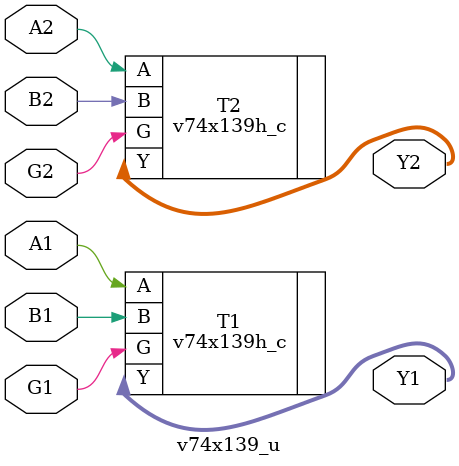
<source format=v>
`timescale 1ns / 1ps
module v74x139_u(
    input G1,
    input G2,
    input B1,
    input B2,
    input A1,
    input A2,
    output [3:0] Y1,
    output [3:0] Y2
    );

	v74x139h_c T1(.G(G1), .A(A1), .B(B1), .Y(Y1));
	v74x139h_c T2(.G(G2), .A(A2), .B(B2), .Y(Y2));

endmodule

</source>
